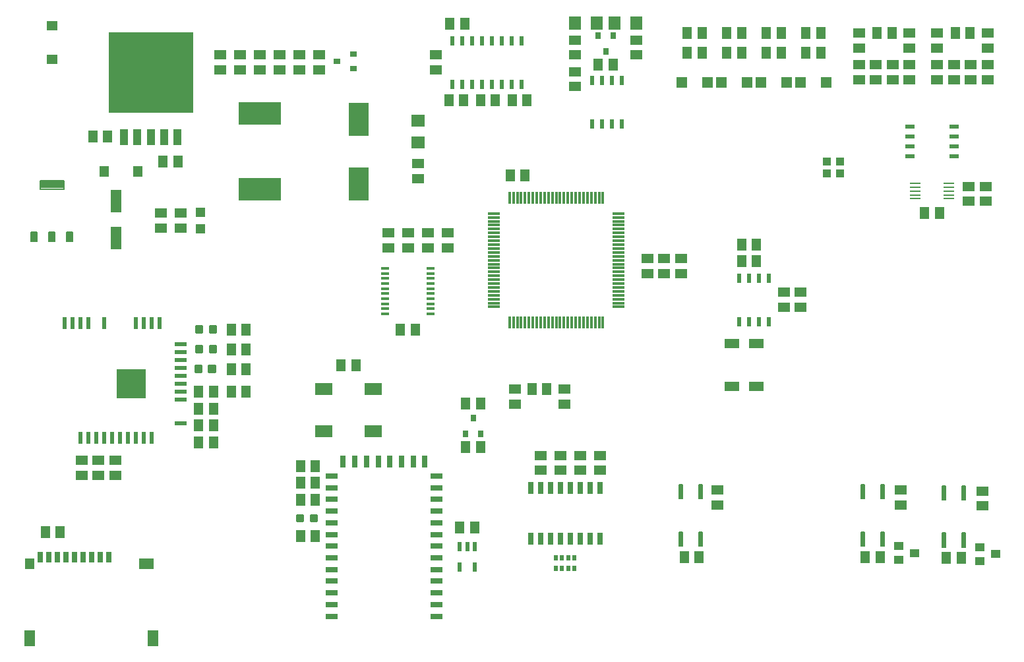
<source format=gbr>
G04 EAGLE Gerber RS-274X export*
G75*
%MOMM*%
%FSLAX34Y34*%
%LPD*%
%INSolderpaste Top*%
%IPPOS*%
%AMOC8*
5,1,8,0,0,1.08239X$1,22.5*%
G01*
%ADD10R,1.500000X0.635000*%
%ADD11R,0.635000X1.500000*%
%ADD12R,1.500000X1.300000*%
%ADD13R,2.500000X4.300000*%
%ADD14R,1.300000X1.500000*%
%ADD15R,1.400000X3.000000*%
%ADD16R,1.470000X1.270000*%
%ADD17R,1.397000X1.397000*%
%ADD18C,0.300000*%
%ADD19R,1.270000X1.470000*%
%ADD20R,0.802000X0.972000*%
%ADD21R,1.600000X1.800000*%
%ADD22R,1.100000X1.000000*%
%ADD23R,10.800000X10.410000*%
%ADD24R,1.066800X2.159000*%
%ADD25R,1.200000X0.600000*%
%ADD26R,0.650000X1.650000*%
%ADD27R,1.500000X0.300000*%
%ADD28R,0.300000X1.500000*%
%ADD29R,5.400000X2.900000*%
%ADD30R,1.200000X1.200000*%
%ADD31R,0.800000X0.900000*%
%ADD32R,1.143000X1.016000*%
%ADD33R,1.900000X1.300000*%
%ADD34R,0.900000X0.800000*%
%ADD35R,0.500000X0.650000*%
%ADD36R,2.300000X1.600000*%
%ADD37R,1.400000X2.000000*%
%ADD38R,1.280000X1.400000*%
%ADD39R,1.950000X1.400000*%
%ADD40R,0.700000X1.400000*%
%ADD41R,0.600000X1.200000*%
%ADD42C,0.147500*%
%ADD43C,0.139500*%
%ADD44C,0.196500*%
%ADD45R,0.990600X0.304800*%
%ADD46R,1.422400X0.279400*%
%ADD47R,0.558800X1.270000*%
%ADD48R,0.500000X1.500000*%
%ADD49R,1.500000X0.500000*%
%ADD50R,3.700000X3.700000*%
%ADD51R,1.800000X1.600000*%


D10*
X544900Y88900D03*
X544900Y103900D03*
X544900Y118900D03*
X544900Y133900D03*
X544900Y148900D03*
X544900Y163900D03*
X544900Y178900D03*
X544900Y193900D03*
X544900Y208900D03*
X544900Y223900D03*
X544900Y238900D03*
X544900Y253900D03*
X544900Y268900D03*
D11*
X529900Y287650D03*
X514900Y287650D03*
X499900Y287650D03*
X484900Y287650D03*
X469900Y287650D03*
X454900Y287650D03*
X439900Y287650D03*
X424900Y287650D03*
D10*
X409900Y268900D03*
X409900Y253900D03*
X409900Y238900D03*
X409900Y223900D03*
X409900Y208900D03*
X409900Y193900D03*
X409900Y178900D03*
X409900Y163900D03*
X409900Y148900D03*
X409900Y133900D03*
X409900Y118900D03*
X409900Y103900D03*
X409900Y88900D03*
D12*
X990600Y485800D03*
X990600Y504800D03*
X1012190Y485800D03*
X1012190Y504800D03*
D13*
X444500Y727300D03*
X444500Y644300D03*
D12*
X520700Y669900D03*
X520700Y650900D03*
D14*
X122530Y704850D03*
X103530Y704850D03*
D15*
X133350Y574170D03*
X133350Y622170D03*
D12*
X190500Y587400D03*
X190500Y606400D03*
X1187450Y777900D03*
X1187450Y796900D03*
X1108710Y777900D03*
X1108710Y796900D03*
D14*
X1190600Y607060D03*
X1171600Y607060D03*
D12*
X645160Y361340D03*
X645160Y380340D03*
X708660Y361340D03*
X708660Y380340D03*
D14*
X658470Y655320D03*
X639470Y655320D03*
D12*
X836930Y547980D03*
X836930Y528980D03*
X858520Y547980D03*
X858520Y528980D03*
D14*
X574700Y203200D03*
X593700Y203200D03*
D12*
X1230630Y777900D03*
X1230630Y796900D03*
X1130300Y777900D03*
X1130300Y796900D03*
X815340Y547980D03*
X815340Y528980D03*
D14*
X579730Y751840D03*
X560730Y751840D03*
X601370Y751840D03*
X620370Y751840D03*
D12*
X543560Y809600D03*
X543560Y790600D03*
D14*
X661010Y751840D03*
X642010Y751840D03*
X581000Y849630D03*
X562000Y849630D03*
D12*
X722630Y769010D03*
X722630Y788010D03*
D14*
X258420Y355600D03*
X239420Y355600D03*
X258420Y334010D03*
X239420Y334010D03*
X258420Y312420D03*
X239420Y312420D03*
D16*
X50800Y847000D03*
X50800Y804000D03*
D17*
X994410Y774700D03*
X961390Y774700D03*
D18*
X243650Y460700D02*
X243650Y453700D01*
X236650Y453700D01*
X236650Y460700D01*
X243650Y460700D01*
X243650Y456550D02*
X236650Y456550D01*
X236650Y459400D02*
X243650Y459400D01*
X261190Y460700D02*
X261190Y453700D01*
X254190Y453700D01*
X254190Y460700D01*
X261190Y460700D01*
X261190Y456550D02*
X254190Y456550D01*
X254190Y459400D02*
X261190Y459400D01*
X242380Y409900D02*
X242380Y402900D01*
X235380Y402900D01*
X235380Y409900D01*
X242380Y409900D01*
X242380Y405750D02*
X235380Y405750D01*
X235380Y408600D02*
X242380Y408600D01*
X259920Y409900D02*
X259920Y402900D01*
X252920Y402900D01*
X252920Y409900D01*
X259920Y409900D01*
X259920Y405750D02*
X252920Y405750D01*
X252920Y408600D02*
X259920Y408600D01*
X243650Y428300D02*
X243650Y435300D01*
X243650Y428300D02*
X236650Y428300D01*
X236650Y435300D01*
X243650Y435300D01*
X243650Y431150D02*
X236650Y431150D01*
X236650Y434000D02*
X243650Y434000D01*
X261190Y435300D02*
X261190Y428300D01*
X254190Y428300D01*
X254190Y435300D01*
X261190Y435300D01*
X261190Y431150D02*
X254190Y431150D01*
X254190Y434000D02*
X261190Y434000D01*
X383730Y218130D02*
X383730Y211130D01*
X383730Y218130D02*
X390730Y218130D01*
X390730Y211130D01*
X383730Y211130D01*
X383730Y213980D02*
X390730Y213980D01*
X390730Y216830D02*
X383730Y216830D01*
X366190Y218130D02*
X366190Y211130D01*
X366190Y218130D02*
X373190Y218130D01*
X373190Y211130D01*
X366190Y211130D01*
X366190Y213980D02*
X373190Y213980D01*
X373190Y216830D02*
X366190Y216830D01*
D17*
X1045210Y774700D03*
X1012190Y774700D03*
D19*
X118200Y660400D03*
X161200Y660400D03*
D17*
X892810Y774700D03*
X859790Y774700D03*
D20*
X762000Y814230D03*
X752500Y834230D03*
X771500Y834230D03*
D17*
X943610Y774700D03*
X910590Y774700D03*
D21*
X750600Y850900D03*
X722600Y850900D03*
X773400Y850900D03*
X801400Y850900D03*
D22*
X1062600Y657860D03*
X1045600Y657860D03*
X1062600Y673100D03*
X1045600Y673100D03*
D23*
X177800Y787400D03*
D24*
X143764Y704088D03*
X160782Y704088D03*
X177800Y704088D03*
X194818Y704088D03*
X211836Y704088D03*
D25*
X1209100Y679450D03*
X1209100Y692150D03*
X1209100Y704850D03*
X1209100Y717550D03*
X1153100Y717550D03*
X1153100Y704850D03*
X1153100Y692150D03*
X1153100Y679450D03*
D26*
X665480Y188480D03*
X678180Y188480D03*
X690880Y188480D03*
X703580Y188480D03*
X716280Y188480D03*
X728980Y188480D03*
X741680Y188480D03*
X754380Y188480D03*
X754380Y253480D03*
X741680Y253480D03*
X728980Y253480D03*
X716280Y253480D03*
X703580Y253480D03*
X690880Y253480D03*
X678180Y253480D03*
X665480Y253480D03*
D27*
X618500Y606100D03*
X618500Y601100D03*
X618500Y596100D03*
X618500Y591100D03*
X618500Y586100D03*
X618500Y581100D03*
X618500Y576100D03*
X618500Y571100D03*
X618500Y566100D03*
X618500Y561100D03*
X618500Y556100D03*
X618500Y551100D03*
X618500Y546100D03*
X618500Y541100D03*
X618500Y536100D03*
X618500Y531100D03*
X618500Y526100D03*
X618500Y521100D03*
X618500Y516100D03*
X618500Y511100D03*
X618500Y506100D03*
X618500Y501100D03*
X618500Y496100D03*
X618500Y491100D03*
X618500Y486100D03*
D28*
X638500Y466100D03*
X643500Y466100D03*
X648500Y466100D03*
X653500Y466100D03*
X658500Y466100D03*
X663500Y466100D03*
X668500Y466100D03*
X673500Y466100D03*
X678500Y466100D03*
X683500Y466100D03*
X688500Y466100D03*
X693500Y466100D03*
X698500Y466100D03*
X703500Y466100D03*
X708500Y466100D03*
X713500Y466100D03*
X718500Y466100D03*
X723500Y466100D03*
X728500Y466100D03*
X733500Y466100D03*
X738500Y466100D03*
X743500Y466100D03*
X748500Y466100D03*
X753500Y466100D03*
X758500Y466100D03*
D27*
X778500Y486100D03*
X778500Y491100D03*
X778500Y496100D03*
X778500Y501100D03*
X778500Y506100D03*
X778500Y511100D03*
X778500Y516100D03*
X778500Y521100D03*
X778500Y526100D03*
X778500Y531100D03*
X778500Y536100D03*
X778500Y541100D03*
X778500Y546100D03*
X778500Y551100D03*
X778500Y556100D03*
X778500Y561100D03*
X778500Y566100D03*
X778500Y571100D03*
X778500Y576100D03*
X778500Y581100D03*
X778500Y586100D03*
X778500Y591100D03*
X778500Y596100D03*
X778500Y601100D03*
X778500Y606100D03*
D28*
X758500Y626100D03*
X753500Y626100D03*
X748500Y626100D03*
X743500Y626100D03*
X738500Y626100D03*
X733500Y626100D03*
X728500Y626100D03*
X723500Y626100D03*
X718500Y626100D03*
X713500Y626100D03*
X708500Y626100D03*
X703500Y626100D03*
X698500Y626100D03*
X693500Y626100D03*
X688500Y626100D03*
X683500Y626100D03*
X678500Y626100D03*
X673500Y626100D03*
X668500Y626100D03*
X663500Y626100D03*
X658500Y626100D03*
X653500Y626100D03*
X648500Y626100D03*
X643500Y626100D03*
X638500Y626100D03*
D29*
X317500Y734300D03*
X317500Y637300D03*
D30*
X241300Y607400D03*
X241300Y586400D03*
D31*
X582320Y322740D03*
X601320Y322740D03*
X591820Y343740D03*
D32*
X1158240Y170180D03*
X1137920Y161290D03*
X1137920Y179070D03*
X1262380Y168910D03*
X1242060Y160020D03*
X1242060Y177800D03*
D33*
X923800Y438980D03*
X923800Y383980D03*
X955800Y383980D03*
X955800Y438980D03*
D34*
X437990Y791870D03*
X437990Y810870D03*
X416990Y801370D03*
D14*
X300330Y457200D03*
X281330Y457200D03*
D12*
X88900Y288900D03*
X88900Y269900D03*
D14*
X300330Y406400D03*
X281330Y406400D03*
X300330Y431800D03*
X281330Y431800D03*
D12*
X482600Y562000D03*
X482600Y581000D03*
X508000Y562000D03*
X508000Y581000D03*
X558800Y581000D03*
X558800Y562000D03*
D14*
X517500Y457200D03*
X498500Y457200D03*
D12*
X722630Y809650D03*
X722630Y828650D03*
X801370Y828650D03*
X801370Y809650D03*
D14*
X936650Y566420D03*
X955650Y566420D03*
X936650Y544830D03*
X955650Y544830D03*
X936600Y838200D03*
X917600Y838200D03*
X885800Y838200D03*
X866800Y838200D03*
X936600Y812800D03*
X917600Y812800D03*
X885800Y812800D03*
X866800Y812800D03*
D12*
X1228090Y640690D03*
X1228090Y621690D03*
X1249680Y640690D03*
X1249680Y621690D03*
D14*
X1038200Y838200D03*
X1019200Y838200D03*
X987400Y838200D03*
X968400Y838200D03*
X987400Y812800D03*
X968400Y812800D03*
X1038200Y812800D03*
X1019200Y812800D03*
D12*
X1140460Y231800D03*
X1140460Y250800D03*
X1245870Y230530D03*
X1245870Y249530D03*
D14*
X389230Y260350D03*
X370230Y260350D03*
X61570Y196850D03*
X42570Y196850D03*
X881990Y165100D03*
X862990Y165100D03*
X258420Y377190D03*
X239420Y377190D03*
D12*
X905510Y231800D03*
X905510Y250800D03*
X754380Y276250D03*
X754380Y295250D03*
X728980Y276250D03*
X728980Y295250D03*
X703580Y276250D03*
X703580Y295250D03*
X678180Y276250D03*
X678180Y295250D03*
X292100Y790600D03*
X292100Y809600D03*
D14*
X389230Y281940D03*
X370230Y281940D03*
X389230Y238760D03*
X370230Y238760D03*
D12*
X317500Y790600D03*
X317500Y809600D03*
X266700Y809600D03*
X266700Y790600D03*
X368300Y790600D03*
X368300Y809600D03*
X132080Y288900D03*
X132080Y269900D03*
D14*
X212700Y673100D03*
X193700Y673100D03*
X1114400Y165100D03*
X1095400Y165100D03*
X601320Y306070D03*
X582320Y306070D03*
X1218540Y163830D03*
X1199540Y163830D03*
X370230Y191770D03*
X389230Y191770D03*
X281330Y377190D03*
X300330Y377190D03*
D12*
X110490Y269900D03*
X110490Y288900D03*
X533400Y562000D03*
X533400Y581000D03*
X1252220Y818540D03*
X1252220Y837540D03*
X1187450Y818540D03*
X1187450Y837540D03*
X1209040Y796900D03*
X1209040Y777900D03*
X1252220Y777900D03*
X1252220Y796900D03*
X1151890Y818540D03*
X1151890Y837540D03*
D14*
X601320Y361950D03*
X582320Y361950D03*
D12*
X1087120Y818540D03*
X1087120Y837540D03*
X1087120Y796900D03*
X1087120Y777900D03*
D14*
X1129640Y838200D03*
X1110640Y838200D03*
X1229970Y838200D03*
X1210970Y838200D03*
D12*
X1151890Y777900D03*
X1151890Y796900D03*
X342900Y790600D03*
X342900Y809600D03*
X393700Y809600D03*
X393700Y790600D03*
D14*
X441300Y411480D03*
X422300Y411480D03*
D12*
X215900Y587400D03*
X215900Y606400D03*
D14*
X686410Y381000D03*
X667410Y381000D03*
X752500Y797560D03*
X771500Y797560D03*
D35*
X721930Y164230D03*
X713930Y164230D03*
X705930Y164230D03*
X697930Y164230D03*
X697930Y150730D03*
X705930Y150730D03*
X713930Y150730D03*
X721930Y150730D03*
D36*
X400300Y326390D03*
X463300Y326390D03*
X400300Y381000D03*
X463300Y381000D03*
D37*
X180600Y60400D03*
X22600Y60400D03*
D38*
X22000Y156400D03*
D39*
X171850Y156400D03*
D40*
X123600Y165100D03*
X112600Y165100D03*
X101600Y165100D03*
X90600Y165100D03*
X79600Y165100D03*
X68600Y165100D03*
X57600Y165100D03*
X46600Y165100D03*
X35600Y165100D03*
D41*
X933450Y467300D03*
X946150Y467300D03*
X958850Y467300D03*
X971550Y467300D03*
X971550Y523300D03*
X958850Y523300D03*
X946150Y523300D03*
X933450Y523300D03*
D42*
X1219527Y256483D02*
X1219527Y238657D01*
X1219527Y256483D02*
X1223953Y256483D01*
X1223953Y238657D01*
X1219527Y238657D01*
X1219527Y240058D02*
X1223953Y240058D01*
X1223953Y241459D02*
X1219527Y241459D01*
X1219527Y242860D02*
X1223953Y242860D01*
X1223953Y244261D02*
X1219527Y244261D01*
X1219527Y245662D02*
X1223953Y245662D01*
X1223953Y247063D02*
X1219527Y247063D01*
X1219527Y248464D02*
X1223953Y248464D01*
X1223953Y249865D02*
X1219527Y249865D01*
X1219527Y251266D02*
X1223953Y251266D01*
X1223953Y252667D02*
X1219527Y252667D01*
X1219527Y254068D02*
X1223953Y254068D01*
X1223953Y255469D02*
X1219527Y255469D01*
X1194127Y256483D02*
X1194127Y238657D01*
X1194127Y256483D02*
X1198553Y256483D01*
X1198553Y238657D01*
X1194127Y238657D01*
X1194127Y240058D02*
X1198553Y240058D01*
X1198553Y241459D02*
X1194127Y241459D01*
X1194127Y242860D02*
X1198553Y242860D01*
X1198553Y244261D02*
X1194127Y244261D01*
X1194127Y245662D02*
X1198553Y245662D01*
X1198553Y247063D02*
X1194127Y247063D01*
X1194127Y248464D02*
X1198553Y248464D01*
X1198553Y249865D02*
X1194127Y249865D01*
X1194127Y251266D02*
X1198553Y251266D01*
X1198553Y252667D02*
X1194127Y252667D01*
X1194127Y254068D02*
X1198553Y254068D01*
X1198553Y255469D02*
X1194127Y255469D01*
X1194127Y195683D02*
X1194127Y177857D01*
X1194127Y195683D02*
X1198553Y195683D01*
X1198553Y177857D01*
X1194127Y177857D01*
X1194127Y179258D02*
X1198553Y179258D01*
X1198553Y180659D02*
X1194127Y180659D01*
X1194127Y182060D02*
X1198553Y182060D01*
X1198553Y183461D02*
X1194127Y183461D01*
X1194127Y184862D02*
X1198553Y184862D01*
X1198553Y186263D02*
X1194127Y186263D01*
X1194127Y187664D02*
X1198553Y187664D01*
X1198553Y189065D02*
X1194127Y189065D01*
X1194127Y190466D02*
X1198553Y190466D01*
X1198553Y191867D02*
X1194127Y191867D01*
X1194127Y193268D02*
X1198553Y193268D01*
X1198553Y194669D02*
X1194127Y194669D01*
X1219527Y195683D02*
X1219527Y177857D01*
X1219527Y195683D02*
X1223953Y195683D01*
X1223953Y177857D01*
X1219527Y177857D01*
X1219527Y179258D02*
X1223953Y179258D01*
X1223953Y180659D02*
X1219527Y180659D01*
X1219527Y182060D02*
X1223953Y182060D01*
X1223953Y183461D02*
X1219527Y183461D01*
X1219527Y184862D02*
X1223953Y184862D01*
X1223953Y186263D02*
X1219527Y186263D01*
X1219527Y187664D02*
X1223953Y187664D01*
X1223953Y189065D02*
X1219527Y189065D01*
X1219527Y190466D02*
X1223953Y190466D01*
X1223953Y191867D02*
X1219527Y191867D01*
X1219527Y193268D02*
X1223953Y193268D01*
X1223953Y194669D02*
X1219527Y194669D01*
D43*
X31853Y570297D02*
X23947Y570297D01*
X23947Y582003D01*
X31853Y582003D01*
X31853Y570297D01*
X31853Y571622D02*
X23947Y571622D01*
X23947Y572947D02*
X31853Y572947D01*
X31853Y574272D02*
X23947Y574272D01*
X23947Y575597D02*
X31853Y575597D01*
X31853Y576922D02*
X23947Y576922D01*
X23947Y578247D02*
X31853Y578247D01*
X31853Y579572D02*
X23947Y579572D01*
X23947Y580897D02*
X31853Y580897D01*
X46847Y570297D02*
X54753Y570297D01*
X46847Y570297D02*
X46847Y582003D01*
X54753Y582003D01*
X54753Y570297D01*
X54753Y571622D02*
X46847Y571622D01*
X46847Y572947D02*
X54753Y572947D01*
X54753Y574272D02*
X46847Y574272D01*
X46847Y575597D02*
X54753Y575597D01*
X54753Y576922D02*
X46847Y576922D01*
X46847Y578247D02*
X54753Y578247D01*
X54753Y579572D02*
X46847Y579572D01*
X46847Y580897D02*
X54753Y580897D01*
X69747Y570297D02*
X77653Y570297D01*
X69747Y570297D02*
X69747Y582003D01*
X77653Y582003D01*
X77653Y570297D01*
X77653Y571622D02*
X69747Y571622D01*
X69747Y572947D02*
X77653Y572947D01*
X77653Y574272D02*
X69747Y574272D01*
X69747Y575597D02*
X77653Y575597D01*
X77653Y576922D02*
X69747Y576922D01*
X69747Y578247D02*
X77653Y578247D01*
X77653Y579572D02*
X69747Y579572D01*
X69747Y580897D02*
X77653Y580897D01*
D44*
X66018Y637482D02*
X35582Y637482D01*
X35582Y648618D01*
X66018Y648618D01*
X66018Y637482D01*
X66018Y639349D02*
X35582Y639349D01*
X35582Y641216D02*
X66018Y641216D01*
X66018Y643083D02*
X35582Y643083D01*
X35582Y644950D02*
X66018Y644950D01*
X66018Y646817D02*
X35582Y646817D01*
D45*
X537178Y477250D03*
X537178Y483750D03*
X537178Y490250D03*
X537178Y496750D03*
X537178Y503250D03*
X537178Y509750D03*
X537178Y516250D03*
X537178Y522750D03*
X537178Y529250D03*
X537178Y535750D03*
X478822Y535750D03*
X478822Y529250D03*
X478822Y522750D03*
X478822Y516250D03*
X478822Y509750D03*
X478822Y503250D03*
X478822Y496750D03*
X478822Y490250D03*
X478822Y483750D03*
X478822Y477250D03*
D41*
X744220Y721300D03*
X756920Y721300D03*
X769620Y721300D03*
X782320Y721300D03*
X782320Y777300D03*
X769620Y777300D03*
X756920Y777300D03*
X744220Y777300D03*
D46*
X1202944Y625094D03*
X1202944Y629920D03*
X1202944Y635000D03*
X1202944Y640080D03*
X1202944Y644906D03*
X1159256Y644906D03*
X1159256Y640080D03*
X1159256Y635000D03*
X1159256Y629920D03*
X1159256Y625094D03*
D42*
X1115387Y257753D02*
X1115387Y239927D01*
X1115387Y257753D02*
X1119813Y257753D01*
X1119813Y239927D01*
X1115387Y239927D01*
X1115387Y241328D02*
X1119813Y241328D01*
X1119813Y242729D02*
X1115387Y242729D01*
X1115387Y244130D02*
X1119813Y244130D01*
X1119813Y245531D02*
X1115387Y245531D01*
X1115387Y246932D02*
X1119813Y246932D01*
X1119813Y248333D02*
X1115387Y248333D01*
X1115387Y249734D02*
X1119813Y249734D01*
X1119813Y251135D02*
X1115387Y251135D01*
X1115387Y252536D02*
X1119813Y252536D01*
X1119813Y253937D02*
X1115387Y253937D01*
X1115387Y255338D02*
X1119813Y255338D01*
X1119813Y256739D02*
X1115387Y256739D01*
X1089987Y257753D02*
X1089987Y239927D01*
X1089987Y257753D02*
X1094413Y257753D01*
X1094413Y239927D01*
X1089987Y239927D01*
X1089987Y241328D02*
X1094413Y241328D01*
X1094413Y242729D02*
X1089987Y242729D01*
X1089987Y244130D02*
X1094413Y244130D01*
X1094413Y245531D02*
X1089987Y245531D01*
X1089987Y246932D02*
X1094413Y246932D01*
X1094413Y248333D02*
X1089987Y248333D01*
X1089987Y249734D02*
X1094413Y249734D01*
X1094413Y251135D02*
X1089987Y251135D01*
X1089987Y252536D02*
X1094413Y252536D01*
X1094413Y253937D02*
X1089987Y253937D01*
X1089987Y255338D02*
X1094413Y255338D01*
X1094413Y256739D02*
X1089987Y256739D01*
X1089987Y196953D02*
X1089987Y179127D01*
X1089987Y196953D02*
X1094413Y196953D01*
X1094413Y179127D01*
X1089987Y179127D01*
X1089987Y180528D02*
X1094413Y180528D01*
X1094413Y181929D02*
X1089987Y181929D01*
X1089987Y183330D02*
X1094413Y183330D01*
X1094413Y184731D02*
X1089987Y184731D01*
X1089987Y186132D02*
X1094413Y186132D01*
X1094413Y187533D02*
X1089987Y187533D01*
X1089987Y188934D02*
X1094413Y188934D01*
X1094413Y190335D02*
X1089987Y190335D01*
X1089987Y191736D02*
X1094413Y191736D01*
X1094413Y193137D02*
X1089987Y193137D01*
X1089987Y194538D02*
X1094413Y194538D01*
X1094413Y195939D02*
X1089987Y195939D01*
X1115387Y196953D02*
X1115387Y179127D01*
X1115387Y196953D02*
X1119813Y196953D01*
X1119813Y179127D01*
X1115387Y179127D01*
X1115387Y180528D02*
X1119813Y180528D01*
X1119813Y181929D02*
X1115387Y181929D01*
X1115387Y183330D02*
X1119813Y183330D01*
X1119813Y184731D02*
X1115387Y184731D01*
X1115387Y186132D02*
X1119813Y186132D01*
X1119813Y187533D02*
X1115387Y187533D01*
X1115387Y188934D02*
X1119813Y188934D01*
X1119813Y190335D02*
X1115387Y190335D01*
X1115387Y191736D02*
X1119813Y191736D01*
X1119813Y193137D02*
X1115387Y193137D01*
X1115387Y194538D02*
X1119813Y194538D01*
X1119813Y195939D02*
X1115387Y195939D01*
X881707Y239927D02*
X881707Y257753D01*
X886133Y257753D01*
X886133Y239927D01*
X881707Y239927D01*
X881707Y241328D02*
X886133Y241328D01*
X886133Y242729D02*
X881707Y242729D01*
X881707Y244130D02*
X886133Y244130D01*
X886133Y245531D02*
X881707Y245531D01*
X881707Y246932D02*
X886133Y246932D01*
X886133Y248333D02*
X881707Y248333D01*
X881707Y249734D02*
X886133Y249734D01*
X886133Y251135D02*
X881707Y251135D01*
X881707Y252536D02*
X886133Y252536D01*
X886133Y253937D02*
X881707Y253937D01*
X881707Y255338D02*
X886133Y255338D01*
X886133Y256739D02*
X881707Y256739D01*
X856307Y257753D02*
X856307Y239927D01*
X856307Y257753D02*
X860733Y257753D01*
X860733Y239927D01*
X856307Y239927D01*
X856307Y241328D02*
X860733Y241328D01*
X860733Y242729D02*
X856307Y242729D01*
X856307Y244130D02*
X860733Y244130D01*
X860733Y245531D02*
X856307Y245531D01*
X856307Y246932D02*
X860733Y246932D01*
X860733Y248333D02*
X856307Y248333D01*
X856307Y249734D02*
X860733Y249734D01*
X860733Y251135D02*
X856307Y251135D01*
X856307Y252536D02*
X860733Y252536D01*
X860733Y253937D02*
X856307Y253937D01*
X856307Y255338D02*
X860733Y255338D01*
X860733Y256739D02*
X856307Y256739D01*
X856307Y196953D02*
X856307Y179127D01*
X856307Y196953D02*
X860733Y196953D01*
X860733Y179127D01*
X856307Y179127D01*
X856307Y180528D02*
X860733Y180528D01*
X860733Y181929D02*
X856307Y181929D01*
X856307Y183330D02*
X860733Y183330D01*
X860733Y184731D02*
X856307Y184731D01*
X856307Y186132D02*
X860733Y186132D01*
X860733Y187533D02*
X856307Y187533D01*
X856307Y188934D02*
X860733Y188934D01*
X860733Y190335D02*
X856307Y190335D01*
X856307Y191736D02*
X860733Y191736D01*
X860733Y193137D02*
X856307Y193137D01*
X856307Y194538D02*
X860733Y194538D01*
X860733Y195939D02*
X856307Y195939D01*
X881707Y196953D02*
X881707Y179127D01*
X881707Y196953D02*
X886133Y196953D01*
X886133Y179127D01*
X881707Y179127D01*
X881707Y180528D02*
X886133Y180528D01*
X886133Y181929D02*
X881707Y181929D01*
X881707Y183330D02*
X886133Y183330D01*
X886133Y184731D02*
X881707Y184731D01*
X881707Y186132D02*
X886133Y186132D01*
X886133Y187533D02*
X881707Y187533D01*
X881707Y188934D02*
X886133Y188934D01*
X886133Y190335D02*
X881707Y190335D01*
X881707Y191736D02*
X886133Y191736D01*
X886133Y193137D02*
X881707Y193137D01*
X881707Y194538D02*
X886133Y194538D01*
X886133Y195939D02*
X881707Y195939D01*
D41*
X565150Y772100D03*
X577850Y772100D03*
X590550Y772100D03*
X603250Y772100D03*
X615950Y772100D03*
X628650Y772100D03*
X641350Y772100D03*
X654050Y772100D03*
X654050Y828100D03*
X641350Y828100D03*
X628650Y828100D03*
X615950Y828100D03*
X603250Y828100D03*
X590550Y828100D03*
X577850Y828100D03*
X565150Y828100D03*
D47*
X593598Y178054D03*
X584200Y178054D03*
X574802Y178054D03*
X574802Y152146D03*
X593598Y152146D03*
D48*
X189430Y465160D03*
X179270Y465160D03*
X169110Y465160D03*
X158950Y465160D03*
X118310Y465160D03*
X97990Y465160D03*
X87830Y465160D03*
X77670Y465160D03*
X67510Y465160D03*
X87890Y317860D03*
X98050Y317860D03*
X108210Y317860D03*
X118370Y317860D03*
X128530Y317860D03*
X138690Y317860D03*
X148850Y317860D03*
X159010Y317860D03*
X169170Y317860D03*
X179330Y317860D03*
D49*
X216130Y336860D03*
X216330Y367340D03*
X216330Y377500D03*
X216330Y387660D03*
X216330Y397820D03*
X216130Y407980D03*
X216130Y418140D03*
X216130Y428300D03*
X216130Y438460D03*
D50*
X153010Y387040D03*
D51*
X520700Y697200D03*
X520700Y725200D03*
M02*

</source>
